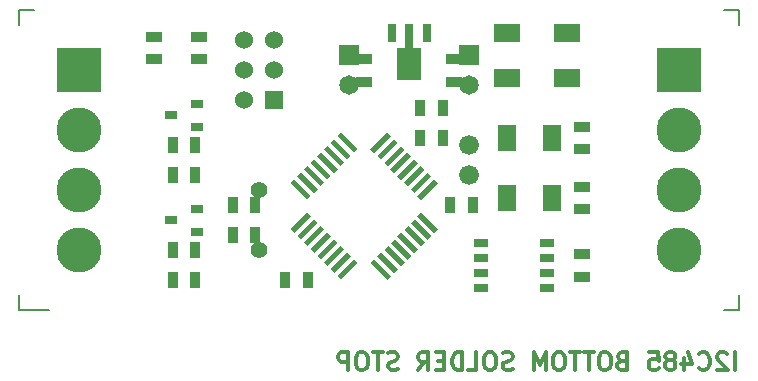
<source format=gbr>
G04 (created by PCBNEW (2013-07-07 BZR 4022)-stable) date 30.7.2014 9:50:12*
%MOIN*%
G04 Gerber Fmt 3.4, Leading zero omitted, Abs format*
%FSLAX34Y34*%
G01*
G70*
G90*
G04 APERTURE LIST*
%ADD10C,0.00590551*%
%ADD11C,0.00787402*%
%ADD12C,0.011811*%
%ADD13R,0.0394X0.0315*%
%ADD14R,0.05X0.025*%
%ADD15R,0.035X0.055*%
%ADD16R,0.055X0.035*%
%ADD17R,0.06X0.06*%
%ADD18C,0.06*%
%ADD19C,0.056*%
%ADD20R,0.065X0.065*%
%ADD21C,0.065*%
%ADD22R,0.063X0.0866*%
%ADD23R,0.0866X0.063*%
%ADD24R,0.0276X0.063*%
%ADD25R,0.0276X0.0827*%
%ADD26R,0.0787X0.1083*%
%ADD27C,0.15*%
%ADD28R,0.15X0.15*%
%ADD29C,0.066*%
G04 APERTURE END LIST*
G54D10*
G54D11*
X11500Y-10000D02*
X11500Y-10500D01*
X12000Y-10000D02*
X11500Y-10000D01*
X35500Y-10000D02*
X35000Y-10000D01*
X35500Y-10500D02*
X35500Y-10000D01*
X35500Y-20000D02*
X35500Y-19500D01*
X35000Y-20000D02*
X35500Y-20000D01*
X11500Y-20000D02*
X12500Y-20000D01*
X11500Y-19500D02*
X11500Y-20000D01*
G54D12*
X35344Y-21989D02*
X35344Y-21398D01*
X35091Y-21454D02*
X35063Y-21426D01*
X35007Y-21398D01*
X34866Y-21398D01*
X34810Y-21426D01*
X34782Y-21454D01*
X34753Y-21510D01*
X34753Y-21567D01*
X34782Y-21651D01*
X35119Y-21989D01*
X34753Y-21989D01*
X34163Y-21932D02*
X34191Y-21960D01*
X34275Y-21989D01*
X34332Y-21989D01*
X34416Y-21960D01*
X34472Y-21904D01*
X34500Y-21848D01*
X34528Y-21735D01*
X34528Y-21651D01*
X34500Y-21539D01*
X34472Y-21482D01*
X34416Y-21426D01*
X34332Y-21398D01*
X34275Y-21398D01*
X34191Y-21426D01*
X34163Y-21454D01*
X33657Y-21595D02*
X33657Y-21989D01*
X33797Y-21370D02*
X33938Y-21792D01*
X33572Y-21792D01*
X33263Y-21651D02*
X33319Y-21623D01*
X33347Y-21595D01*
X33375Y-21539D01*
X33375Y-21510D01*
X33347Y-21454D01*
X33319Y-21426D01*
X33263Y-21398D01*
X33151Y-21398D01*
X33094Y-21426D01*
X33066Y-21454D01*
X33038Y-21510D01*
X33038Y-21539D01*
X33066Y-21595D01*
X33094Y-21623D01*
X33151Y-21651D01*
X33263Y-21651D01*
X33319Y-21679D01*
X33347Y-21707D01*
X33375Y-21764D01*
X33375Y-21876D01*
X33347Y-21932D01*
X33319Y-21960D01*
X33263Y-21989D01*
X33151Y-21989D01*
X33094Y-21960D01*
X33066Y-21932D01*
X33038Y-21876D01*
X33038Y-21764D01*
X33066Y-21707D01*
X33094Y-21679D01*
X33151Y-21651D01*
X32504Y-21398D02*
X32785Y-21398D01*
X32813Y-21679D01*
X32785Y-21651D01*
X32729Y-21623D01*
X32588Y-21623D01*
X32532Y-21651D01*
X32504Y-21679D01*
X32476Y-21735D01*
X32476Y-21876D01*
X32504Y-21932D01*
X32532Y-21960D01*
X32588Y-21989D01*
X32729Y-21989D01*
X32785Y-21960D01*
X32813Y-21932D01*
X31576Y-21679D02*
X31491Y-21707D01*
X31463Y-21735D01*
X31435Y-21792D01*
X31435Y-21876D01*
X31463Y-21932D01*
X31491Y-21960D01*
X31548Y-21989D01*
X31773Y-21989D01*
X31773Y-21398D01*
X31576Y-21398D01*
X31519Y-21426D01*
X31491Y-21454D01*
X31463Y-21510D01*
X31463Y-21567D01*
X31491Y-21623D01*
X31519Y-21651D01*
X31576Y-21679D01*
X31773Y-21679D01*
X31070Y-21398D02*
X30957Y-21398D01*
X30901Y-21426D01*
X30845Y-21482D01*
X30816Y-21595D01*
X30816Y-21792D01*
X30845Y-21904D01*
X30901Y-21960D01*
X30957Y-21989D01*
X31070Y-21989D01*
X31126Y-21960D01*
X31182Y-21904D01*
X31210Y-21792D01*
X31210Y-21595D01*
X31182Y-21482D01*
X31126Y-21426D01*
X31070Y-21398D01*
X30648Y-21398D02*
X30310Y-21398D01*
X30479Y-21989D02*
X30479Y-21398D01*
X30198Y-21398D02*
X29860Y-21398D01*
X30029Y-21989D02*
X30029Y-21398D01*
X29551Y-21398D02*
X29438Y-21398D01*
X29382Y-21426D01*
X29326Y-21482D01*
X29298Y-21595D01*
X29298Y-21792D01*
X29326Y-21904D01*
X29382Y-21960D01*
X29438Y-21989D01*
X29551Y-21989D01*
X29607Y-21960D01*
X29663Y-21904D01*
X29692Y-21792D01*
X29692Y-21595D01*
X29663Y-21482D01*
X29607Y-21426D01*
X29551Y-21398D01*
X29045Y-21989D02*
X29045Y-21398D01*
X28848Y-21820D01*
X28651Y-21398D01*
X28651Y-21989D01*
X27948Y-21960D02*
X27864Y-21989D01*
X27723Y-21989D01*
X27667Y-21960D01*
X27639Y-21932D01*
X27611Y-21876D01*
X27611Y-21820D01*
X27639Y-21764D01*
X27667Y-21735D01*
X27723Y-21707D01*
X27836Y-21679D01*
X27892Y-21651D01*
X27920Y-21623D01*
X27948Y-21567D01*
X27948Y-21510D01*
X27920Y-21454D01*
X27892Y-21426D01*
X27836Y-21398D01*
X27695Y-21398D01*
X27611Y-21426D01*
X27245Y-21398D02*
X27133Y-21398D01*
X27076Y-21426D01*
X27020Y-21482D01*
X26992Y-21595D01*
X26992Y-21792D01*
X27020Y-21904D01*
X27076Y-21960D01*
X27133Y-21989D01*
X27245Y-21989D01*
X27301Y-21960D01*
X27357Y-21904D01*
X27386Y-21792D01*
X27386Y-21595D01*
X27357Y-21482D01*
X27301Y-21426D01*
X27245Y-21398D01*
X26458Y-21989D02*
X26739Y-21989D01*
X26739Y-21398D01*
X26261Y-21989D02*
X26261Y-21398D01*
X26120Y-21398D01*
X26036Y-21426D01*
X25980Y-21482D01*
X25951Y-21539D01*
X25923Y-21651D01*
X25923Y-21735D01*
X25951Y-21848D01*
X25980Y-21904D01*
X26036Y-21960D01*
X26120Y-21989D01*
X26261Y-21989D01*
X25670Y-21679D02*
X25473Y-21679D01*
X25389Y-21989D02*
X25670Y-21989D01*
X25670Y-21398D01*
X25389Y-21398D01*
X24798Y-21989D02*
X24995Y-21707D01*
X25136Y-21989D02*
X25136Y-21398D01*
X24911Y-21398D01*
X24855Y-21426D01*
X24827Y-21454D01*
X24798Y-21510D01*
X24798Y-21595D01*
X24827Y-21651D01*
X24855Y-21679D01*
X24911Y-21707D01*
X25136Y-21707D01*
X24124Y-21960D02*
X24039Y-21989D01*
X23899Y-21989D01*
X23842Y-21960D01*
X23814Y-21932D01*
X23786Y-21876D01*
X23786Y-21820D01*
X23814Y-21764D01*
X23842Y-21735D01*
X23899Y-21707D01*
X24011Y-21679D01*
X24067Y-21651D01*
X24095Y-21623D01*
X24124Y-21567D01*
X24124Y-21510D01*
X24095Y-21454D01*
X24067Y-21426D01*
X24011Y-21398D01*
X23870Y-21398D01*
X23786Y-21426D01*
X23617Y-21398D02*
X23280Y-21398D01*
X23449Y-21989D02*
X23449Y-21398D01*
X22971Y-21398D02*
X22858Y-21398D01*
X22802Y-21426D01*
X22746Y-21482D01*
X22717Y-21595D01*
X22717Y-21792D01*
X22746Y-21904D01*
X22802Y-21960D01*
X22858Y-21989D01*
X22971Y-21989D01*
X23027Y-21960D01*
X23083Y-21904D01*
X23111Y-21792D01*
X23111Y-21595D01*
X23083Y-21482D01*
X23027Y-21426D01*
X22971Y-21398D01*
X22464Y-21989D02*
X22464Y-21398D01*
X22239Y-21398D01*
X22183Y-21426D01*
X22155Y-21454D01*
X22127Y-21510D01*
X22127Y-21595D01*
X22155Y-21651D01*
X22183Y-21679D01*
X22239Y-21707D01*
X22464Y-21707D01*
G54D10*
G36*
X20670Y-17408D02*
X20545Y-17283D01*
X21102Y-16726D01*
X21227Y-16852D01*
X20670Y-17408D01*
X20670Y-17408D01*
G37*
G36*
X20893Y-17631D02*
X20768Y-17506D01*
X21324Y-16949D01*
X21450Y-17074D01*
X20893Y-17631D01*
X20893Y-17631D01*
G37*
G36*
X21116Y-17854D02*
X20991Y-17728D01*
X21547Y-17172D01*
X21672Y-17297D01*
X21116Y-17854D01*
X21116Y-17854D01*
G37*
G36*
X21339Y-18076D02*
X21213Y-17951D01*
X21770Y-17395D01*
X21895Y-17520D01*
X21339Y-18076D01*
X21339Y-18076D01*
G37*
G36*
X21561Y-18299D02*
X21436Y-18174D01*
X21993Y-17617D01*
X22118Y-17743D01*
X21561Y-18299D01*
X21561Y-18299D01*
G37*
G36*
X21784Y-18522D02*
X21659Y-18397D01*
X22215Y-17840D01*
X22340Y-17965D01*
X21784Y-18522D01*
X21784Y-18522D01*
G37*
G36*
X22007Y-18745D02*
X21882Y-18619D01*
X22438Y-18063D01*
X22563Y-18188D01*
X22007Y-18745D01*
X22007Y-18745D01*
G37*
G36*
X22229Y-18967D02*
X22104Y-18842D01*
X22661Y-18286D01*
X22786Y-18411D01*
X22229Y-18967D01*
X22229Y-18967D01*
G37*
G36*
X24891Y-16303D02*
X24766Y-16178D01*
X25322Y-15621D01*
X25448Y-15746D01*
X24891Y-16303D01*
X24891Y-16303D01*
G37*
G36*
X23328Y-14740D02*
X23203Y-14615D01*
X23760Y-14059D01*
X23885Y-14184D01*
X23328Y-14740D01*
X23328Y-14740D01*
G37*
G36*
X23555Y-14966D02*
X23429Y-14841D01*
X23986Y-14285D01*
X24111Y-14410D01*
X23555Y-14966D01*
X23555Y-14966D01*
G37*
G36*
X23781Y-15193D02*
X23656Y-15068D01*
X24212Y-14511D01*
X24337Y-14636D01*
X23781Y-15193D01*
X23781Y-15193D01*
G37*
G36*
X24000Y-15412D02*
X23875Y-15287D01*
X24431Y-14730D01*
X24557Y-14855D01*
X24000Y-15412D01*
X24000Y-15412D01*
G37*
G36*
X24226Y-15638D02*
X24101Y-15513D01*
X24658Y-14957D01*
X24783Y-15082D01*
X24226Y-15638D01*
X24226Y-15638D01*
G37*
G36*
X24446Y-15857D02*
X24320Y-15732D01*
X24877Y-15176D01*
X25002Y-15301D01*
X24446Y-15857D01*
X24446Y-15857D01*
G37*
G36*
X24672Y-16084D02*
X24547Y-15959D01*
X25103Y-15402D01*
X25228Y-15527D01*
X24672Y-16084D01*
X24672Y-16084D01*
G37*
G36*
X23772Y-18970D02*
X23216Y-18414D01*
X23341Y-18288D01*
X23898Y-18845D01*
X23772Y-18970D01*
X23772Y-18970D01*
G37*
G36*
X23994Y-18748D02*
X23438Y-18192D01*
X23563Y-18066D01*
X24120Y-18623D01*
X23994Y-18748D01*
X23994Y-18748D01*
G37*
G36*
X24218Y-18525D02*
X23661Y-17968D01*
X23787Y-17843D01*
X24343Y-18399D01*
X24218Y-18525D01*
X24218Y-18525D01*
G37*
G36*
X24440Y-18303D02*
X23883Y-17746D01*
X24009Y-17621D01*
X24565Y-18177D01*
X24440Y-18303D01*
X24440Y-18303D01*
G37*
G36*
X24663Y-18079D02*
X24107Y-17523D01*
X24232Y-17398D01*
X24788Y-17954D01*
X24663Y-18079D01*
X24663Y-18079D01*
G37*
G36*
X24885Y-17857D02*
X24329Y-17301D01*
X24454Y-17175D01*
X25011Y-17732D01*
X24885Y-17857D01*
X24885Y-17857D01*
G37*
G36*
X25109Y-17634D02*
X24552Y-17077D01*
X24677Y-16952D01*
X25234Y-17509D01*
X25109Y-17634D01*
X25109Y-17634D01*
G37*
G36*
X25331Y-17412D02*
X24774Y-16855D01*
X24899Y-16730D01*
X25456Y-17287D01*
X25331Y-17412D01*
X25331Y-17412D01*
G37*
G36*
X21101Y-16296D02*
X20544Y-15739D01*
X20670Y-15614D01*
X21226Y-16171D01*
X21101Y-16296D01*
X21101Y-16296D01*
G37*
G36*
X21320Y-16077D02*
X20764Y-15520D01*
X20889Y-15395D01*
X21445Y-15951D01*
X21320Y-16077D01*
X21320Y-16077D01*
G37*
G36*
X21546Y-15850D02*
X20990Y-15294D01*
X21115Y-15169D01*
X21672Y-15725D01*
X21546Y-15850D01*
X21546Y-15850D01*
G37*
G36*
X21766Y-15631D02*
X21209Y-15075D01*
X21334Y-14950D01*
X21891Y-15506D01*
X21766Y-15631D01*
X21766Y-15631D01*
G37*
G36*
X21985Y-15412D02*
X21428Y-14855D01*
X21553Y-14730D01*
X22110Y-15287D01*
X21985Y-15412D01*
X21985Y-15412D01*
G37*
G36*
X22211Y-15186D02*
X21655Y-14629D01*
X21780Y-14504D01*
X22336Y-15061D01*
X22211Y-15186D01*
X22211Y-15186D01*
G37*
G36*
X22437Y-14959D02*
X21881Y-14403D01*
X22006Y-14278D01*
X22563Y-14834D01*
X22437Y-14959D01*
X22437Y-14959D01*
G37*
G36*
X22664Y-14733D02*
X22107Y-14177D01*
X22232Y-14051D01*
X22789Y-14608D01*
X22664Y-14733D01*
X22664Y-14733D01*
G37*
G54D13*
X16567Y-13500D03*
X17433Y-13875D03*
X17433Y-13125D03*
X16567Y-17000D03*
X17433Y-17375D03*
X17433Y-16625D03*
G54D14*
X26900Y-19250D03*
X26900Y-18750D03*
X26900Y-18250D03*
X26900Y-17750D03*
X29100Y-17750D03*
X29100Y-18250D03*
X29100Y-18750D03*
X29100Y-19250D03*
G54D15*
X16625Y-18000D03*
X17375Y-18000D03*
G54D16*
X23000Y-11625D03*
X23000Y-12375D03*
X30250Y-18875D03*
X30250Y-18125D03*
G54D15*
X20375Y-19000D03*
X21125Y-19000D03*
X24875Y-13250D03*
X25625Y-13250D03*
X19375Y-16500D03*
X18625Y-16500D03*
X19375Y-17500D03*
X18625Y-17500D03*
X24875Y-14250D03*
X25625Y-14250D03*
G54D16*
X26000Y-11625D03*
X26000Y-12375D03*
G54D15*
X16625Y-14500D03*
X17375Y-14500D03*
G54D17*
X20000Y-13000D03*
G54D18*
X19000Y-13000D03*
X20000Y-12000D03*
X19000Y-12000D03*
X20000Y-11000D03*
X19000Y-11000D03*
G54D19*
X19500Y-16000D03*
X19500Y-18000D03*
G54D20*
X26500Y-11500D03*
G54D21*
X26500Y-12500D03*
G54D20*
X22500Y-11500D03*
G54D21*
X22500Y-12500D03*
G54D16*
X30250Y-13875D03*
X30250Y-14625D03*
X30250Y-16625D03*
X30250Y-15875D03*
G54D15*
X17375Y-19000D03*
X16625Y-19000D03*
X17375Y-15500D03*
X16625Y-15500D03*
G54D16*
X17500Y-10875D03*
X17500Y-11625D03*
X16000Y-11625D03*
X16000Y-10875D03*
G54D22*
X27752Y-16250D03*
X29248Y-16250D03*
X27752Y-14250D03*
X29248Y-14250D03*
G54D23*
X27750Y-12248D03*
X27750Y-10752D03*
X29750Y-12248D03*
X29750Y-10752D03*
G54D24*
X23909Y-10752D03*
G54D25*
X24500Y-10850D03*
G54D24*
X25091Y-10752D03*
G54D26*
X24500Y-11795D03*
G54D27*
X13500Y-14000D03*
X13500Y-16000D03*
G54D28*
X13500Y-12000D03*
G54D27*
X13500Y-18000D03*
X33500Y-14000D03*
X33500Y-16000D03*
G54D28*
X33500Y-12000D03*
G54D27*
X33500Y-18000D03*
G54D15*
X26625Y-16500D03*
X25875Y-16500D03*
G54D29*
X26500Y-15500D03*
X26500Y-14500D03*
M02*

</source>
